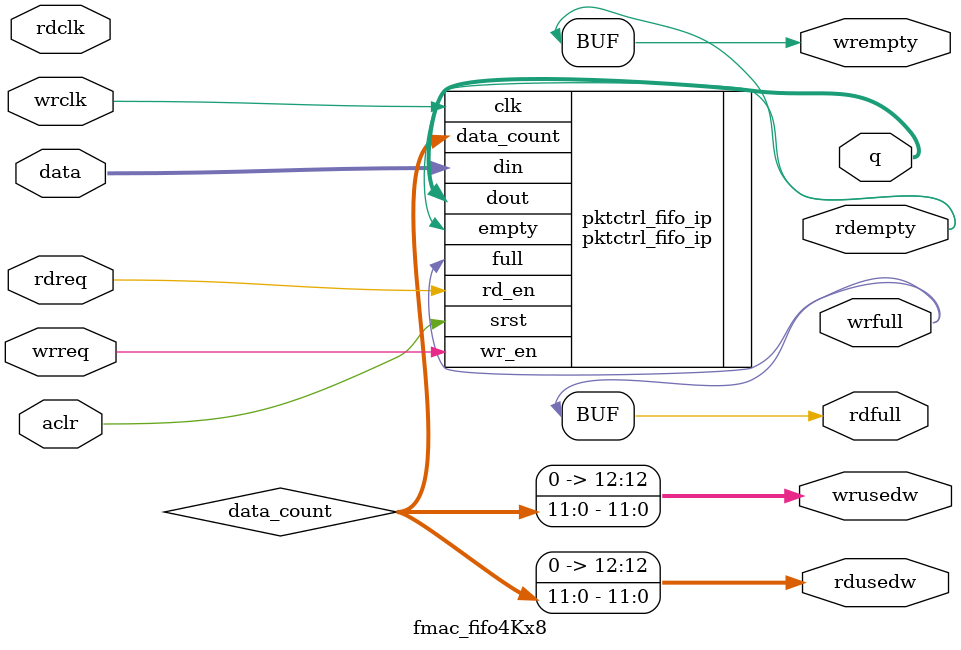
<source format=v>


`timescale 1ns / 1ns


module fmac_fifo4Kx8

(
			 aclr,

			wrclk,    	   // i,Clk for writing data    
			wrreq,    	   // i,request to write 
			data,     	   // i,Data coming in 
			wrfull,   	   // o,indicates fifo is full or not (To avoid overiding)
		    wrempty,       // o,indicates fifo is empty or not (to avoid underflow)                                                            
            wrusedw,  	   // o,number of slots currently in use for writting

		    rdclk,    	    // i,Clk for reading data 
			rdreq,    		// i,Request to read from FIFO
			q, 	    		// o,Data coming out
			rdempty,  		 // o,indicates fifo is empty or not (to avoid underflow) 
			rdusedw,  		  //o, number of slots currently in use for reading
			rdfull    		 // o,indicates fifo is full or not (To avoid overiding)
			
);


	parameter WIDTH = 8,
			  DEPTH = 4096,
			  PTR	= 12;
			  
			  
			input wire 				    aclr;

			input  wire 				wrclk;  	   	// Clk for writing data 
			input  wire 				wrreq;  	   	// request to write 
			input  wire [WIDTH-1 : 0]	data;         	// Data coming in            
			output wire					wrfull; 	   	// indicates fifo is full or not (To avoid overiding)
			output wire 			    wrempty;       	// indicates fifo is empty or not (to avoid underflow)                        
			output wire	[PTR : 0]		wrusedw;	  	// number of slots currently in use for writting

		    input  wire 				rdclk;  	  	// Clk for reading data 
			input  wire 				rdreq;  	  	// Request to read from FIFO  
			output wire [WIDTH-1 : 0]	q; 	    	  	// Data coming out  
			output wire 				rdempty;	   	// indicates fifo is empty or not (to avoid underflow)
			output wire [PTR : 0] 		rdusedw;    	// number of slots currently in use for reading
			output wire 				rdfull; 		// indicates fifo is full or not (To avoid overiding)


            wire		[PTR-1  : 0]	data_count;     // number of slots currently in use for writting  

	assign	wrusedw	=	{1'b0, data_count};
	assign	rdusedw	=	{1'b0, data_count};
	assign	wrempty	=	rdempty;
	assign	rdfull	=	wrfull;
	
	
	pktctrl_fifo_ip 	
						//#(.WIDTH (8),		
					  	//	  .DEPTH (4096),
					 	//	  .PTR	 (12) )		
 											
    pktctrl_fifo_ip (
			.srst	(aclr),		
			
			.clk	(wrclk),			// Clk to write data
			.wr_en	(wrreq),	      	// write enable                                                
			.din	(data),		  		// write data                                                 
			.full	(wrfull),	      	// indicates fifo is full or not (To avoid overiding)           
			.data_count(data_count),	// wrusedw -number of locations filled in fifo
                                                                                                               
			.rd_en	(rdreq),	     	// i-1, read enable of data FIFO                                    
			.dout	(q),		     	// Dataout of data FIFO                              
			.empty	(rdempty)	    	// indicates fifo is empty or not (to avoid underflow)      
		 );
		 
		 
endmodule
</source>
